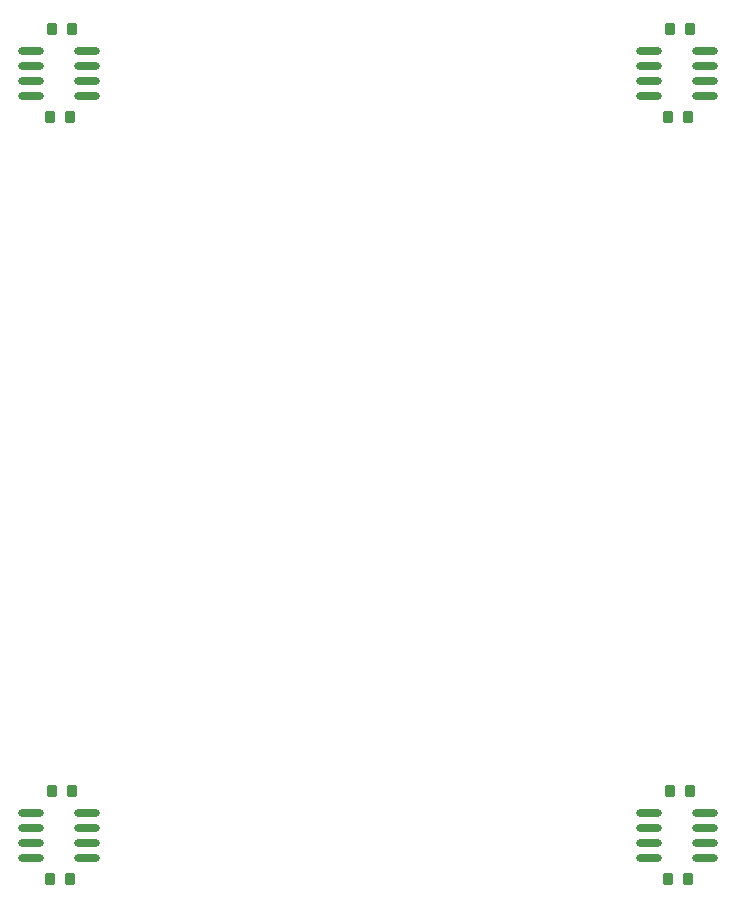
<source format=gbp>
G04*
G04 #@! TF.GenerationSoftware,Altium Limited,Altium Designer,18.1.9 (240)*
G04*
G04 Layer_Color=128*
%FSLAX25Y25*%
%MOIN*%
G70*
G01*
G75*
G04:AMPARAMS|DCode=13|XSize=39.37mil|YSize=35.43mil|CornerRadius=4.43mil|HoleSize=0mil|Usage=FLASHONLY|Rotation=270.000|XOffset=0mil|YOffset=0mil|HoleType=Round|Shape=RoundedRectangle|*
%AMROUNDEDRECTD13*
21,1,0.03937,0.02657,0,0,270.0*
21,1,0.03051,0.03543,0,0,270.0*
1,1,0.00886,-0.01329,-0.01526*
1,1,0.00886,-0.01329,0.01526*
1,1,0.00886,0.01329,0.01526*
1,1,0.00886,0.01329,-0.01526*
%
%ADD13ROUNDEDRECTD13*%
%ADD37O,0.08661X0.02362*%
D13*
X128284Y142437D02*
D03*
X121591D02*
D03*
X128784Y171937D02*
D03*
X122091D02*
D03*
X334283Y142437D02*
D03*
X327591D02*
D03*
X334784Y171937D02*
D03*
X328091D02*
D03*
X128284Y396437D02*
D03*
X121591D02*
D03*
X128784Y425937D02*
D03*
X122091D02*
D03*
X334283Y396437D02*
D03*
X327591D02*
D03*
X334784Y425937D02*
D03*
X328091D02*
D03*
D37*
X133886Y164437D02*
D03*
Y159437D02*
D03*
Y154437D02*
D03*
Y149437D02*
D03*
X114988Y164437D02*
D03*
Y159437D02*
D03*
Y154437D02*
D03*
Y149437D02*
D03*
X339886Y164437D02*
D03*
Y159437D02*
D03*
Y154437D02*
D03*
Y149437D02*
D03*
X320988Y164437D02*
D03*
Y159437D02*
D03*
Y154437D02*
D03*
Y149437D02*
D03*
X133886Y418437D02*
D03*
Y413437D02*
D03*
Y408437D02*
D03*
Y403437D02*
D03*
X114988Y418437D02*
D03*
Y413437D02*
D03*
Y408437D02*
D03*
Y403437D02*
D03*
X339886Y418437D02*
D03*
Y413437D02*
D03*
Y408437D02*
D03*
Y403437D02*
D03*
X320988Y418437D02*
D03*
Y413437D02*
D03*
Y408437D02*
D03*
Y403437D02*
D03*
M02*

</source>
